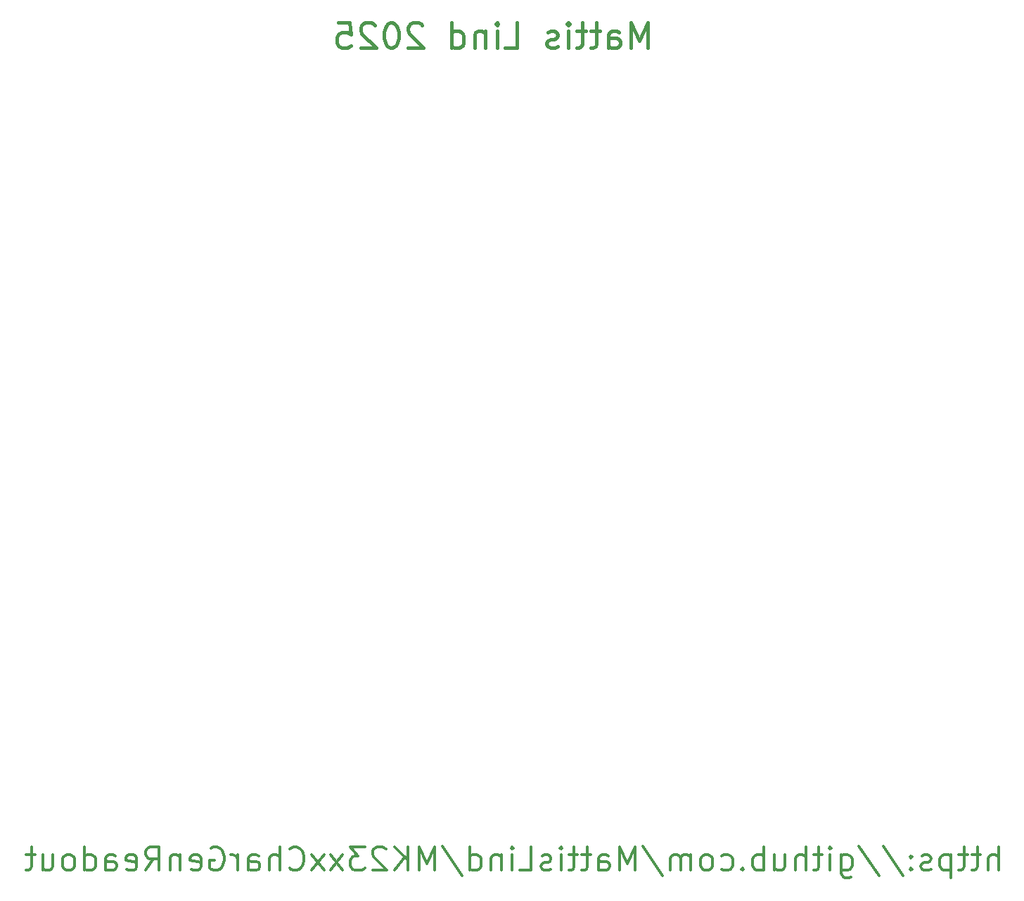
<source format=gbr>
%TF.GenerationSoftware,KiCad,Pcbnew,8.0.8*%
%TF.CreationDate,2025-02-09T10:31:20+01:00*%
%TF.ProjectId,MK23xxCharGenReadout,4d4b3233-7878-4436-9861-7247656e5265,rev?*%
%TF.SameCoordinates,Original*%
%TF.FileFunction,Legend,Bot*%
%TF.FilePolarity,Positive*%
%FSLAX46Y46*%
G04 Gerber Fmt 4.6, Leading zero omitted, Abs format (unit mm)*
G04 Created by KiCad (PCBNEW 8.0.8) date 2025-02-09 10:31:20*
%MOMM*%
%LPD*%
G01*
G04 APERTURE LIST*
%ADD10C,0.380000*%
%ADD11C,0.400000*%
G04 APERTURE END LIST*
D10*
X233779333Y-141369573D02*
X233779333Y-138569573D01*
X232579333Y-141369573D02*
X232579333Y-139902906D01*
X232579333Y-139902906D02*
X232712666Y-139636240D01*
X232712666Y-139636240D02*
X232979333Y-139502906D01*
X232979333Y-139502906D02*
X233379333Y-139502906D01*
X233379333Y-139502906D02*
X233646000Y-139636240D01*
X233646000Y-139636240D02*
X233779333Y-139769573D01*
X231646000Y-139502906D02*
X230579333Y-139502906D01*
X231246000Y-138569573D02*
X231246000Y-140969573D01*
X231246000Y-140969573D02*
X231112667Y-141236240D01*
X231112667Y-141236240D02*
X230846000Y-141369573D01*
X230846000Y-141369573D02*
X230579333Y-141369573D01*
X230046000Y-139502906D02*
X228979333Y-139502906D01*
X229646000Y-138569573D02*
X229646000Y-140969573D01*
X229646000Y-140969573D02*
X229512667Y-141236240D01*
X229512667Y-141236240D02*
X229246000Y-141369573D01*
X229246000Y-141369573D02*
X228979333Y-141369573D01*
X228046000Y-139502906D02*
X228046000Y-142302906D01*
X228046000Y-139636240D02*
X227779333Y-139502906D01*
X227779333Y-139502906D02*
X227246000Y-139502906D01*
X227246000Y-139502906D02*
X226979333Y-139636240D01*
X226979333Y-139636240D02*
X226846000Y-139769573D01*
X226846000Y-139769573D02*
X226712667Y-140036240D01*
X226712667Y-140036240D02*
X226712667Y-140836240D01*
X226712667Y-140836240D02*
X226846000Y-141102906D01*
X226846000Y-141102906D02*
X226979333Y-141236240D01*
X226979333Y-141236240D02*
X227246000Y-141369573D01*
X227246000Y-141369573D02*
X227779333Y-141369573D01*
X227779333Y-141369573D02*
X228046000Y-141236240D01*
X225646000Y-141236240D02*
X225379334Y-141369573D01*
X225379334Y-141369573D02*
X224846000Y-141369573D01*
X224846000Y-141369573D02*
X224579334Y-141236240D01*
X224579334Y-141236240D02*
X224446000Y-140969573D01*
X224446000Y-140969573D02*
X224446000Y-140836240D01*
X224446000Y-140836240D02*
X224579334Y-140569573D01*
X224579334Y-140569573D02*
X224846000Y-140436240D01*
X224846000Y-140436240D02*
X225246000Y-140436240D01*
X225246000Y-140436240D02*
X225512667Y-140302906D01*
X225512667Y-140302906D02*
X225646000Y-140036240D01*
X225646000Y-140036240D02*
X225646000Y-139902906D01*
X225646000Y-139902906D02*
X225512667Y-139636240D01*
X225512667Y-139636240D02*
X225246000Y-139502906D01*
X225246000Y-139502906D02*
X224846000Y-139502906D01*
X224846000Y-139502906D02*
X224579334Y-139636240D01*
X223246000Y-141102906D02*
X223112667Y-141236240D01*
X223112667Y-141236240D02*
X223246000Y-141369573D01*
X223246000Y-141369573D02*
X223379333Y-141236240D01*
X223379333Y-141236240D02*
X223246000Y-141102906D01*
X223246000Y-141102906D02*
X223246000Y-141369573D01*
X223246000Y-139636240D02*
X223112667Y-139769573D01*
X223112667Y-139769573D02*
X223246000Y-139902906D01*
X223246000Y-139902906D02*
X223379333Y-139769573D01*
X223379333Y-139769573D02*
X223246000Y-139636240D01*
X223246000Y-139636240D02*
X223246000Y-139902906D01*
X219912667Y-138436240D02*
X222312667Y-142036240D01*
X216979334Y-138436240D02*
X219379334Y-142036240D01*
X214846001Y-139502906D02*
X214846001Y-141769573D01*
X214846001Y-141769573D02*
X214979334Y-142036240D01*
X214979334Y-142036240D02*
X215112668Y-142169573D01*
X215112668Y-142169573D02*
X215379334Y-142302906D01*
X215379334Y-142302906D02*
X215779334Y-142302906D01*
X215779334Y-142302906D02*
X216046001Y-142169573D01*
X214846001Y-141236240D02*
X215112668Y-141369573D01*
X215112668Y-141369573D02*
X215646001Y-141369573D01*
X215646001Y-141369573D02*
X215912668Y-141236240D01*
X215912668Y-141236240D02*
X216046001Y-141102906D01*
X216046001Y-141102906D02*
X216179334Y-140836240D01*
X216179334Y-140836240D02*
X216179334Y-140036240D01*
X216179334Y-140036240D02*
X216046001Y-139769573D01*
X216046001Y-139769573D02*
X215912668Y-139636240D01*
X215912668Y-139636240D02*
X215646001Y-139502906D01*
X215646001Y-139502906D02*
X215112668Y-139502906D01*
X215112668Y-139502906D02*
X214846001Y-139636240D01*
X213512668Y-141369573D02*
X213512668Y-139502906D01*
X213512668Y-138569573D02*
X213646001Y-138702906D01*
X213646001Y-138702906D02*
X213512668Y-138836240D01*
X213512668Y-138836240D02*
X213379335Y-138702906D01*
X213379335Y-138702906D02*
X213512668Y-138569573D01*
X213512668Y-138569573D02*
X213512668Y-138836240D01*
X212579335Y-139502906D02*
X211512668Y-139502906D01*
X212179335Y-138569573D02*
X212179335Y-140969573D01*
X212179335Y-140969573D02*
X212046002Y-141236240D01*
X212046002Y-141236240D02*
X211779335Y-141369573D01*
X211779335Y-141369573D02*
X211512668Y-141369573D01*
X210579335Y-141369573D02*
X210579335Y-138569573D01*
X209379335Y-141369573D02*
X209379335Y-139902906D01*
X209379335Y-139902906D02*
X209512668Y-139636240D01*
X209512668Y-139636240D02*
X209779335Y-139502906D01*
X209779335Y-139502906D02*
X210179335Y-139502906D01*
X210179335Y-139502906D02*
X210446002Y-139636240D01*
X210446002Y-139636240D02*
X210579335Y-139769573D01*
X206846002Y-139502906D02*
X206846002Y-141369573D01*
X208046002Y-139502906D02*
X208046002Y-140969573D01*
X208046002Y-140969573D02*
X207912669Y-141236240D01*
X207912669Y-141236240D02*
X207646002Y-141369573D01*
X207646002Y-141369573D02*
X207246002Y-141369573D01*
X207246002Y-141369573D02*
X206979335Y-141236240D01*
X206979335Y-141236240D02*
X206846002Y-141102906D01*
X205512669Y-141369573D02*
X205512669Y-138569573D01*
X205512669Y-139636240D02*
X205246002Y-139502906D01*
X205246002Y-139502906D02*
X204712669Y-139502906D01*
X204712669Y-139502906D02*
X204446002Y-139636240D01*
X204446002Y-139636240D02*
X204312669Y-139769573D01*
X204312669Y-139769573D02*
X204179336Y-140036240D01*
X204179336Y-140036240D02*
X204179336Y-140836240D01*
X204179336Y-140836240D02*
X204312669Y-141102906D01*
X204312669Y-141102906D02*
X204446002Y-141236240D01*
X204446002Y-141236240D02*
X204712669Y-141369573D01*
X204712669Y-141369573D02*
X205246002Y-141369573D01*
X205246002Y-141369573D02*
X205512669Y-141236240D01*
X202979336Y-141102906D02*
X202846003Y-141236240D01*
X202846003Y-141236240D02*
X202979336Y-141369573D01*
X202979336Y-141369573D02*
X203112669Y-141236240D01*
X203112669Y-141236240D02*
X202979336Y-141102906D01*
X202979336Y-141102906D02*
X202979336Y-141369573D01*
X200446003Y-141236240D02*
X200712670Y-141369573D01*
X200712670Y-141369573D02*
X201246003Y-141369573D01*
X201246003Y-141369573D02*
X201512670Y-141236240D01*
X201512670Y-141236240D02*
X201646003Y-141102906D01*
X201646003Y-141102906D02*
X201779336Y-140836240D01*
X201779336Y-140836240D02*
X201779336Y-140036240D01*
X201779336Y-140036240D02*
X201646003Y-139769573D01*
X201646003Y-139769573D02*
X201512670Y-139636240D01*
X201512670Y-139636240D02*
X201246003Y-139502906D01*
X201246003Y-139502906D02*
X200712670Y-139502906D01*
X200712670Y-139502906D02*
X200446003Y-139636240D01*
X198846003Y-141369573D02*
X199112670Y-141236240D01*
X199112670Y-141236240D02*
X199246003Y-141102906D01*
X199246003Y-141102906D02*
X199379336Y-140836240D01*
X199379336Y-140836240D02*
X199379336Y-140036240D01*
X199379336Y-140036240D02*
X199246003Y-139769573D01*
X199246003Y-139769573D02*
X199112670Y-139636240D01*
X199112670Y-139636240D02*
X198846003Y-139502906D01*
X198846003Y-139502906D02*
X198446003Y-139502906D01*
X198446003Y-139502906D02*
X198179336Y-139636240D01*
X198179336Y-139636240D02*
X198046003Y-139769573D01*
X198046003Y-139769573D02*
X197912670Y-140036240D01*
X197912670Y-140036240D02*
X197912670Y-140836240D01*
X197912670Y-140836240D02*
X198046003Y-141102906D01*
X198046003Y-141102906D02*
X198179336Y-141236240D01*
X198179336Y-141236240D02*
X198446003Y-141369573D01*
X198446003Y-141369573D02*
X198846003Y-141369573D01*
X196712670Y-141369573D02*
X196712670Y-139502906D01*
X196712670Y-139769573D02*
X196579337Y-139636240D01*
X196579337Y-139636240D02*
X196312670Y-139502906D01*
X196312670Y-139502906D02*
X195912670Y-139502906D01*
X195912670Y-139502906D02*
X195646003Y-139636240D01*
X195646003Y-139636240D02*
X195512670Y-139902906D01*
X195512670Y-139902906D02*
X195512670Y-141369573D01*
X195512670Y-139902906D02*
X195379337Y-139636240D01*
X195379337Y-139636240D02*
X195112670Y-139502906D01*
X195112670Y-139502906D02*
X194712670Y-139502906D01*
X194712670Y-139502906D02*
X194446003Y-139636240D01*
X194446003Y-139636240D02*
X194312670Y-139902906D01*
X194312670Y-139902906D02*
X194312670Y-141369573D01*
X190979337Y-138436240D02*
X193379337Y-142036240D01*
X190046004Y-141369573D02*
X190046004Y-138569573D01*
X190046004Y-138569573D02*
X189112671Y-140569573D01*
X189112671Y-140569573D02*
X188179337Y-138569573D01*
X188179337Y-138569573D02*
X188179337Y-141369573D01*
X185646004Y-141369573D02*
X185646004Y-139902906D01*
X185646004Y-139902906D02*
X185779337Y-139636240D01*
X185779337Y-139636240D02*
X186046004Y-139502906D01*
X186046004Y-139502906D02*
X186579337Y-139502906D01*
X186579337Y-139502906D02*
X186846004Y-139636240D01*
X185646004Y-141236240D02*
X185912671Y-141369573D01*
X185912671Y-141369573D02*
X186579337Y-141369573D01*
X186579337Y-141369573D02*
X186846004Y-141236240D01*
X186846004Y-141236240D02*
X186979337Y-140969573D01*
X186979337Y-140969573D02*
X186979337Y-140702906D01*
X186979337Y-140702906D02*
X186846004Y-140436240D01*
X186846004Y-140436240D02*
X186579337Y-140302906D01*
X186579337Y-140302906D02*
X185912671Y-140302906D01*
X185912671Y-140302906D02*
X185646004Y-140169573D01*
X184712671Y-139502906D02*
X183646004Y-139502906D01*
X184312671Y-138569573D02*
X184312671Y-140969573D01*
X184312671Y-140969573D02*
X184179338Y-141236240D01*
X184179338Y-141236240D02*
X183912671Y-141369573D01*
X183912671Y-141369573D02*
X183646004Y-141369573D01*
X183112671Y-139502906D02*
X182046004Y-139502906D01*
X182712671Y-138569573D02*
X182712671Y-140969573D01*
X182712671Y-140969573D02*
X182579338Y-141236240D01*
X182579338Y-141236240D02*
X182312671Y-141369573D01*
X182312671Y-141369573D02*
X182046004Y-141369573D01*
X181112671Y-141369573D02*
X181112671Y-139502906D01*
X181112671Y-138569573D02*
X181246004Y-138702906D01*
X181246004Y-138702906D02*
X181112671Y-138836240D01*
X181112671Y-138836240D02*
X180979338Y-138702906D01*
X180979338Y-138702906D02*
X181112671Y-138569573D01*
X181112671Y-138569573D02*
X181112671Y-138836240D01*
X179912671Y-141236240D02*
X179646005Y-141369573D01*
X179646005Y-141369573D02*
X179112671Y-141369573D01*
X179112671Y-141369573D02*
X178846005Y-141236240D01*
X178846005Y-141236240D02*
X178712671Y-140969573D01*
X178712671Y-140969573D02*
X178712671Y-140836240D01*
X178712671Y-140836240D02*
X178846005Y-140569573D01*
X178846005Y-140569573D02*
X179112671Y-140436240D01*
X179112671Y-140436240D02*
X179512671Y-140436240D01*
X179512671Y-140436240D02*
X179779338Y-140302906D01*
X179779338Y-140302906D02*
X179912671Y-140036240D01*
X179912671Y-140036240D02*
X179912671Y-139902906D01*
X179912671Y-139902906D02*
X179779338Y-139636240D01*
X179779338Y-139636240D02*
X179512671Y-139502906D01*
X179512671Y-139502906D02*
X179112671Y-139502906D01*
X179112671Y-139502906D02*
X178846005Y-139636240D01*
X176179338Y-141369573D02*
X177512671Y-141369573D01*
X177512671Y-141369573D02*
X177512671Y-138569573D01*
X175246004Y-141369573D02*
X175246004Y-139502906D01*
X175246004Y-138569573D02*
X175379337Y-138702906D01*
X175379337Y-138702906D02*
X175246004Y-138836240D01*
X175246004Y-138836240D02*
X175112671Y-138702906D01*
X175112671Y-138702906D02*
X175246004Y-138569573D01*
X175246004Y-138569573D02*
X175246004Y-138836240D01*
X173912671Y-139502906D02*
X173912671Y-141369573D01*
X173912671Y-139769573D02*
X173779338Y-139636240D01*
X173779338Y-139636240D02*
X173512671Y-139502906D01*
X173512671Y-139502906D02*
X173112671Y-139502906D01*
X173112671Y-139502906D02*
X172846004Y-139636240D01*
X172846004Y-139636240D02*
X172712671Y-139902906D01*
X172712671Y-139902906D02*
X172712671Y-141369573D01*
X170179338Y-141369573D02*
X170179338Y-138569573D01*
X170179338Y-141236240D02*
X170446005Y-141369573D01*
X170446005Y-141369573D02*
X170979338Y-141369573D01*
X170979338Y-141369573D02*
X171246005Y-141236240D01*
X171246005Y-141236240D02*
X171379338Y-141102906D01*
X171379338Y-141102906D02*
X171512671Y-140836240D01*
X171512671Y-140836240D02*
X171512671Y-140036240D01*
X171512671Y-140036240D02*
X171379338Y-139769573D01*
X171379338Y-139769573D02*
X171246005Y-139636240D01*
X171246005Y-139636240D02*
X170979338Y-139502906D01*
X170979338Y-139502906D02*
X170446005Y-139502906D01*
X170446005Y-139502906D02*
X170179338Y-139636240D01*
X166846005Y-138436240D02*
X169246005Y-142036240D01*
X165912672Y-141369573D02*
X165912672Y-138569573D01*
X165912672Y-138569573D02*
X164979339Y-140569573D01*
X164979339Y-140569573D02*
X164046005Y-138569573D01*
X164046005Y-138569573D02*
X164046005Y-141369573D01*
X162712672Y-141369573D02*
X162712672Y-138569573D01*
X161112672Y-141369573D02*
X162312672Y-139769573D01*
X161112672Y-138569573D02*
X162712672Y-140169573D01*
X160046005Y-138836240D02*
X159912672Y-138702906D01*
X159912672Y-138702906D02*
X159646005Y-138569573D01*
X159646005Y-138569573D02*
X158979339Y-138569573D01*
X158979339Y-138569573D02*
X158712672Y-138702906D01*
X158712672Y-138702906D02*
X158579339Y-138836240D01*
X158579339Y-138836240D02*
X158446005Y-139102906D01*
X158446005Y-139102906D02*
X158446005Y-139369573D01*
X158446005Y-139369573D02*
X158579339Y-139769573D01*
X158579339Y-139769573D02*
X160179339Y-141369573D01*
X160179339Y-141369573D02*
X158446005Y-141369573D01*
X157512672Y-138569573D02*
X155779338Y-138569573D01*
X155779338Y-138569573D02*
X156712672Y-139636240D01*
X156712672Y-139636240D02*
X156312672Y-139636240D01*
X156312672Y-139636240D02*
X156046005Y-139769573D01*
X156046005Y-139769573D02*
X155912672Y-139902906D01*
X155912672Y-139902906D02*
X155779338Y-140169573D01*
X155779338Y-140169573D02*
X155779338Y-140836240D01*
X155779338Y-140836240D02*
X155912672Y-141102906D01*
X155912672Y-141102906D02*
X156046005Y-141236240D01*
X156046005Y-141236240D02*
X156312672Y-141369573D01*
X156312672Y-141369573D02*
X157112672Y-141369573D01*
X157112672Y-141369573D02*
X157379338Y-141236240D01*
X157379338Y-141236240D02*
X157512672Y-141102906D01*
X154846005Y-141369573D02*
X153379338Y-139502906D01*
X154846005Y-139502906D02*
X153379338Y-141369573D01*
X152579338Y-141369573D02*
X151112671Y-139502906D01*
X152579338Y-139502906D02*
X151112671Y-141369573D01*
X148446004Y-141102906D02*
X148579337Y-141236240D01*
X148579337Y-141236240D02*
X148979337Y-141369573D01*
X148979337Y-141369573D02*
X149246004Y-141369573D01*
X149246004Y-141369573D02*
X149646004Y-141236240D01*
X149646004Y-141236240D02*
X149912671Y-140969573D01*
X149912671Y-140969573D02*
X150046004Y-140702906D01*
X150046004Y-140702906D02*
X150179337Y-140169573D01*
X150179337Y-140169573D02*
X150179337Y-139769573D01*
X150179337Y-139769573D02*
X150046004Y-139236240D01*
X150046004Y-139236240D02*
X149912671Y-138969573D01*
X149912671Y-138969573D02*
X149646004Y-138702906D01*
X149646004Y-138702906D02*
X149246004Y-138569573D01*
X149246004Y-138569573D02*
X148979337Y-138569573D01*
X148979337Y-138569573D02*
X148579337Y-138702906D01*
X148579337Y-138702906D02*
X148446004Y-138836240D01*
X147246004Y-141369573D02*
X147246004Y-138569573D01*
X146046004Y-141369573D02*
X146046004Y-139902906D01*
X146046004Y-139902906D02*
X146179337Y-139636240D01*
X146179337Y-139636240D02*
X146446004Y-139502906D01*
X146446004Y-139502906D02*
X146846004Y-139502906D01*
X146846004Y-139502906D02*
X147112671Y-139636240D01*
X147112671Y-139636240D02*
X147246004Y-139769573D01*
X143512671Y-141369573D02*
X143512671Y-139902906D01*
X143512671Y-139902906D02*
X143646004Y-139636240D01*
X143646004Y-139636240D02*
X143912671Y-139502906D01*
X143912671Y-139502906D02*
X144446004Y-139502906D01*
X144446004Y-139502906D02*
X144712671Y-139636240D01*
X143512671Y-141236240D02*
X143779338Y-141369573D01*
X143779338Y-141369573D02*
X144446004Y-141369573D01*
X144446004Y-141369573D02*
X144712671Y-141236240D01*
X144712671Y-141236240D02*
X144846004Y-140969573D01*
X144846004Y-140969573D02*
X144846004Y-140702906D01*
X144846004Y-140702906D02*
X144712671Y-140436240D01*
X144712671Y-140436240D02*
X144446004Y-140302906D01*
X144446004Y-140302906D02*
X143779338Y-140302906D01*
X143779338Y-140302906D02*
X143512671Y-140169573D01*
X142179338Y-141369573D02*
X142179338Y-139502906D01*
X142179338Y-140036240D02*
X142046005Y-139769573D01*
X142046005Y-139769573D02*
X141912671Y-139636240D01*
X141912671Y-139636240D02*
X141646005Y-139502906D01*
X141646005Y-139502906D02*
X141379338Y-139502906D01*
X138979338Y-138702906D02*
X139246005Y-138569573D01*
X139246005Y-138569573D02*
X139646005Y-138569573D01*
X139646005Y-138569573D02*
X140046005Y-138702906D01*
X140046005Y-138702906D02*
X140312672Y-138969573D01*
X140312672Y-138969573D02*
X140446005Y-139236240D01*
X140446005Y-139236240D02*
X140579338Y-139769573D01*
X140579338Y-139769573D02*
X140579338Y-140169573D01*
X140579338Y-140169573D02*
X140446005Y-140702906D01*
X140446005Y-140702906D02*
X140312672Y-140969573D01*
X140312672Y-140969573D02*
X140046005Y-141236240D01*
X140046005Y-141236240D02*
X139646005Y-141369573D01*
X139646005Y-141369573D02*
X139379338Y-141369573D01*
X139379338Y-141369573D02*
X138979338Y-141236240D01*
X138979338Y-141236240D02*
X138846005Y-141102906D01*
X138846005Y-141102906D02*
X138846005Y-140169573D01*
X138846005Y-140169573D02*
X139379338Y-140169573D01*
X136579338Y-141236240D02*
X136846005Y-141369573D01*
X136846005Y-141369573D02*
X137379338Y-141369573D01*
X137379338Y-141369573D02*
X137646005Y-141236240D01*
X137646005Y-141236240D02*
X137779338Y-140969573D01*
X137779338Y-140969573D02*
X137779338Y-139902906D01*
X137779338Y-139902906D02*
X137646005Y-139636240D01*
X137646005Y-139636240D02*
X137379338Y-139502906D01*
X137379338Y-139502906D02*
X136846005Y-139502906D01*
X136846005Y-139502906D02*
X136579338Y-139636240D01*
X136579338Y-139636240D02*
X136446005Y-139902906D01*
X136446005Y-139902906D02*
X136446005Y-140169573D01*
X136446005Y-140169573D02*
X137779338Y-140436240D01*
X135246005Y-139502906D02*
X135246005Y-141369573D01*
X135246005Y-139769573D02*
X135112672Y-139636240D01*
X135112672Y-139636240D02*
X134846005Y-139502906D01*
X134846005Y-139502906D02*
X134446005Y-139502906D01*
X134446005Y-139502906D02*
X134179338Y-139636240D01*
X134179338Y-139636240D02*
X134046005Y-139902906D01*
X134046005Y-139902906D02*
X134046005Y-141369573D01*
X131112672Y-141369573D02*
X132046005Y-140036240D01*
X132712672Y-141369573D02*
X132712672Y-138569573D01*
X132712672Y-138569573D02*
X131646005Y-138569573D01*
X131646005Y-138569573D02*
X131379339Y-138702906D01*
X131379339Y-138702906D02*
X131246005Y-138836240D01*
X131246005Y-138836240D02*
X131112672Y-139102906D01*
X131112672Y-139102906D02*
X131112672Y-139502906D01*
X131112672Y-139502906D02*
X131246005Y-139769573D01*
X131246005Y-139769573D02*
X131379339Y-139902906D01*
X131379339Y-139902906D02*
X131646005Y-140036240D01*
X131646005Y-140036240D02*
X132712672Y-140036240D01*
X128846005Y-141236240D02*
X129112672Y-141369573D01*
X129112672Y-141369573D02*
X129646005Y-141369573D01*
X129646005Y-141369573D02*
X129912672Y-141236240D01*
X129912672Y-141236240D02*
X130046005Y-140969573D01*
X130046005Y-140969573D02*
X130046005Y-139902906D01*
X130046005Y-139902906D02*
X129912672Y-139636240D01*
X129912672Y-139636240D02*
X129646005Y-139502906D01*
X129646005Y-139502906D02*
X129112672Y-139502906D01*
X129112672Y-139502906D02*
X128846005Y-139636240D01*
X128846005Y-139636240D02*
X128712672Y-139902906D01*
X128712672Y-139902906D02*
X128712672Y-140169573D01*
X128712672Y-140169573D02*
X130046005Y-140436240D01*
X126312672Y-141369573D02*
X126312672Y-139902906D01*
X126312672Y-139902906D02*
X126446005Y-139636240D01*
X126446005Y-139636240D02*
X126712672Y-139502906D01*
X126712672Y-139502906D02*
X127246005Y-139502906D01*
X127246005Y-139502906D02*
X127512672Y-139636240D01*
X126312672Y-141236240D02*
X126579339Y-141369573D01*
X126579339Y-141369573D02*
X127246005Y-141369573D01*
X127246005Y-141369573D02*
X127512672Y-141236240D01*
X127512672Y-141236240D02*
X127646005Y-140969573D01*
X127646005Y-140969573D02*
X127646005Y-140702906D01*
X127646005Y-140702906D02*
X127512672Y-140436240D01*
X127512672Y-140436240D02*
X127246005Y-140302906D01*
X127246005Y-140302906D02*
X126579339Y-140302906D01*
X126579339Y-140302906D02*
X126312672Y-140169573D01*
X123779339Y-141369573D02*
X123779339Y-138569573D01*
X123779339Y-141236240D02*
X124046006Y-141369573D01*
X124046006Y-141369573D02*
X124579339Y-141369573D01*
X124579339Y-141369573D02*
X124846006Y-141236240D01*
X124846006Y-141236240D02*
X124979339Y-141102906D01*
X124979339Y-141102906D02*
X125112672Y-140836240D01*
X125112672Y-140836240D02*
X125112672Y-140036240D01*
X125112672Y-140036240D02*
X124979339Y-139769573D01*
X124979339Y-139769573D02*
X124846006Y-139636240D01*
X124846006Y-139636240D02*
X124579339Y-139502906D01*
X124579339Y-139502906D02*
X124046006Y-139502906D01*
X124046006Y-139502906D02*
X123779339Y-139636240D01*
X122046006Y-141369573D02*
X122312673Y-141236240D01*
X122312673Y-141236240D02*
X122446006Y-141102906D01*
X122446006Y-141102906D02*
X122579339Y-140836240D01*
X122579339Y-140836240D02*
X122579339Y-140036240D01*
X122579339Y-140036240D02*
X122446006Y-139769573D01*
X122446006Y-139769573D02*
X122312673Y-139636240D01*
X122312673Y-139636240D02*
X122046006Y-139502906D01*
X122046006Y-139502906D02*
X121646006Y-139502906D01*
X121646006Y-139502906D02*
X121379339Y-139636240D01*
X121379339Y-139636240D02*
X121246006Y-139769573D01*
X121246006Y-139769573D02*
X121112673Y-140036240D01*
X121112673Y-140036240D02*
X121112673Y-140836240D01*
X121112673Y-140836240D02*
X121246006Y-141102906D01*
X121246006Y-141102906D02*
X121379339Y-141236240D01*
X121379339Y-141236240D02*
X121646006Y-141369573D01*
X121646006Y-141369573D02*
X122046006Y-141369573D01*
X118712673Y-139502906D02*
X118712673Y-141369573D01*
X119912673Y-139502906D02*
X119912673Y-140969573D01*
X119912673Y-140969573D02*
X119779340Y-141236240D01*
X119779340Y-141236240D02*
X119512673Y-141369573D01*
X119512673Y-141369573D02*
X119112673Y-141369573D01*
X119112673Y-141369573D02*
X118846006Y-141236240D01*
X118846006Y-141236240D02*
X118712673Y-141102906D01*
X117779340Y-139502906D02*
X116712673Y-139502906D01*
X117379340Y-138569573D02*
X117379340Y-140969573D01*
X117379340Y-140969573D02*
X117246007Y-141236240D01*
X117246007Y-141236240D02*
X116979340Y-141369573D01*
X116979340Y-141369573D02*
X116712673Y-141369573D01*
D11*
X191554557Y-42284057D02*
X191554557Y-39284057D01*
X191554557Y-39284057D02*
X190554557Y-41426914D01*
X190554557Y-41426914D02*
X189554557Y-39284057D01*
X189554557Y-39284057D02*
X189554557Y-42284057D01*
X186840272Y-42284057D02*
X186840272Y-40712628D01*
X186840272Y-40712628D02*
X186983129Y-40426914D01*
X186983129Y-40426914D02*
X187268843Y-40284057D01*
X187268843Y-40284057D02*
X187840272Y-40284057D01*
X187840272Y-40284057D02*
X188125986Y-40426914D01*
X186840272Y-42141200D02*
X187125986Y-42284057D01*
X187125986Y-42284057D02*
X187840272Y-42284057D01*
X187840272Y-42284057D02*
X188125986Y-42141200D01*
X188125986Y-42141200D02*
X188268843Y-41855485D01*
X188268843Y-41855485D02*
X188268843Y-41569771D01*
X188268843Y-41569771D02*
X188125986Y-41284057D01*
X188125986Y-41284057D02*
X187840272Y-41141200D01*
X187840272Y-41141200D02*
X187125986Y-41141200D01*
X187125986Y-41141200D02*
X186840272Y-40998342D01*
X185840271Y-40284057D02*
X184697414Y-40284057D01*
X185411700Y-39284057D02*
X185411700Y-41855485D01*
X185411700Y-41855485D02*
X185268843Y-42141200D01*
X185268843Y-42141200D02*
X184983128Y-42284057D01*
X184983128Y-42284057D02*
X184697414Y-42284057D01*
X184125985Y-40284057D02*
X182983128Y-40284057D01*
X183697414Y-39284057D02*
X183697414Y-41855485D01*
X183697414Y-41855485D02*
X183554557Y-42141200D01*
X183554557Y-42141200D02*
X183268842Y-42284057D01*
X183268842Y-42284057D02*
X182983128Y-42284057D01*
X181983128Y-42284057D02*
X181983128Y-40284057D01*
X181983128Y-39284057D02*
X182125985Y-39426914D01*
X182125985Y-39426914D02*
X181983128Y-39569771D01*
X181983128Y-39569771D02*
X181840271Y-39426914D01*
X181840271Y-39426914D02*
X181983128Y-39284057D01*
X181983128Y-39284057D02*
X181983128Y-39569771D01*
X180697414Y-42141200D02*
X180411700Y-42284057D01*
X180411700Y-42284057D02*
X179840271Y-42284057D01*
X179840271Y-42284057D02*
X179554557Y-42141200D01*
X179554557Y-42141200D02*
X179411700Y-41855485D01*
X179411700Y-41855485D02*
X179411700Y-41712628D01*
X179411700Y-41712628D02*
X179554557Y-41426914D01*
X179554557Y-41426914D02*
X179840271Y-41284057D01*
X179840271Y-41284057D02*
X180268843Y-41284057D01*
X180268843Y-41284057D02*
X180554557Y-41141200D01*
X180554557Y-41141200D02*
X180697414Y-40855485D01*
X180697414Y-40855485D02*
X180697414Y-40712628D01*
X180697414Y-40712628D02*
X180554557Y-40426914D01*
X180554557Y-40426914D02*
X180268843Y-40284057D01*
X180268843Y-40284057D02*
X179840271Y-40284057D01*
X179840271Y-40284057D02*
X179554557Y-40426914D01*
X174411700Y-42284057D02*
X175840272Y-42284057D01*
X175840272Y-42284057D02*
X175840272Y-39284057D01*
X173411701Y-42284057D02*
X173411701Y-40284057D01*
X173411701Y-39284057D02*
X173554558Y-39426914D01*
X173554558Y-39426914D02*
X173411701Y-39569771D01*
X173411701Y-39569771D02*
X173268844Y-39426914D01*
X173268844Y-39426914D02*
X173411701Y-39284057D01*
X173411701Y-39284057D02*
X173411701Y-39569771D01*
X171983130Y-40284057D02*
X171983130Y-42284057D01*
X171983130Y-40569771D02*
X171840273Y-40426914D01*
X171840273Y-40426914D02*
X171554558Y-40284057D01*
X171554558Y-40284057D02*
X171125987Y-40284057D01*
X171125987Y-40284057D02*
X170840273Y-40426914D01*
X170840273Y-40426914D02*
X170697416Y-40712628D01*
X170697416Y-40712628D02*
X170697416Y-42284057D01*
X167983130Y-42284057D02*
X167983130Y-39284057D01*
X167983130Y-42141200D02*
X168268844Y-42284057D01*
X168268844Y-42284057D02*
X168840272Y-42284057D01*
X168840272Y-42284057D02*
X169125987Y-42141200D01*
X169125987Y-42141200D02*
X169268844Y-41998342D01*
X169268844Y-41998342D02*
X169411701Y-41712628D01*
X169411701Y-41712628D02*
X169411701Y-40855485D01*
X169411701Y-40855485D02*
X169268844Y-40569771D01*
X169268844Y-40569771D02*
X169125987Y-40426914D01*
X169125987Y-40426914D02*
X168840272Y-40284057D01*
X168840272Y-40284057D02*
X168268844Y-40284057D01*
X168268844Y-40284057D02*
X167983130Y-40426914D01*
X164411701Y-39569771D02*
X164268844Y-39426914D01*
X164268844Y-39426914D02*
X163983130Y-39284057D01*
X163983130Y-39284057D02*
X163268844Y-39284057D01*
X163268844Y-39284057D02*
X162983130Y-39426914D01*
X162983130Y-39426914D02*
X162840272Y-39569771D01*
X162840272Y-39569771D02*
X162697415Y-39855485D01*
X162697415Y-39855485D02*
X162697415Y-40141200D01*
X162697415Y-40141200D02*
X162840272Y-40569771D01*
X162840272Y-40569771D02*
X164554558Y-42284057D01*
X164554558Y-42284057D02*
X162697415Y-42284057D01*
X160840272Y-39284057D02*
X160554558Y-39284057D01*
X160554558Y-39284057D02*
X160268844Y-39426914D01*
X160268844Y-39426914D02*
X160125987Y-39569771D01*
X160125987Y-39569771D02*
X159983129Y-39855485D01*
X159983129Y-39855485D02*
X159840272Y-40426914D01*
X159840272Y-40426914D02*
X159840272Y-41141200D01*
X159840272Y-41141200D02*
X159983129Y-41712628D01*
X159983129Y-41712628D02*
X160125987Y-41998342D01*
X160125987Y-41998342D02*
X160268844Y-42141200D01*
X160268844Y-42141200D02*
X160554558Y-42284057D01*
X160554558Y-42284057D02*
X160840272Y-42284057D01*
X160840272Y-42284057D02*
X161125987Y-42141200D01*
X161125987Y-42141200D02*
X161268844Y-41998342D01*
X161268844Y-41998342D02*
X161411701Y-41712628D01*
X161411701Y-41712628D02*
X161554558Y-41141200D01*
X161554558Y-41141200D02*
X161554558Y-40426914D01*
X161554558Y-40426914D02*
X161411701Y-39855485D01*
X161411701Y-39855485D02*
X161268844Y-39569771D01*
X161268844Y-39569771D02*
X161125987Y-39426914D01*
X161125987Y-39426914D02*
X160840272Y-39284057D01*
X158697415Y-39569771D02*
X158554558Y-39426914D01*
X158554558Y-39426914D02*
X158268844Y-39284057D01*
X158268844Y-39284057D02*
X157554558Y-39284057D01*
X157554558Y-39284057D02*
X157268844Y-39426914D01*
X157268844Y-39426914D02*
X157125986Y-39569771D01*
X157125986Y-39569771D02*
X156983129Y-39855485D01*
X156983129Y-39855485D02*
X156983129Y-40141200D01*
X156983129Y-40141200D02*
X157125986Y-40569771D01*
X157125986Y-40569771D02*
X158840272Y-42284057D01*
X158840272Y-42284057D02*
X156983129Y-42284057D01*
X154268843Y-39284057D02*
X155697415Y-39284057D01*
X155697415Y-39284057D02*
X155840272Y-40712628D01*
X155840272Y-40712628D02*
X155697415Y-40569771D01*
X155697415Y-40569771D02*
X155411701Y-40426914D01*
X155411701Y-40426914D02*
X154697415Y-40426914D01*
X154697415Y-40426914D02*
X154411701Y-40569771D01*
X154411701Y-40569771D02*
X154268843Y-40712628D01*
X154268843Y-40712628D02*
X154125986Y-40998342D01*
X154125986Y-40998342D02*
X154125986Y-41712628D01*
X154125986Y-41712628D02*
X154268843Y-41998342D01*
X154268843Y-41998342D02*
X154411701Y-42141200D01*
X154411701Y-42141200D02*
X154697415Y-42284057D01*
X154697415Y-42284057D02*
X155411701Y-42284057D01*
X155411701Y-42284057D02*
X155697415Y-42141200D01*
X155697415Y-42141200D02*
X155840272Y-41998342D01*
M02*

</source>
